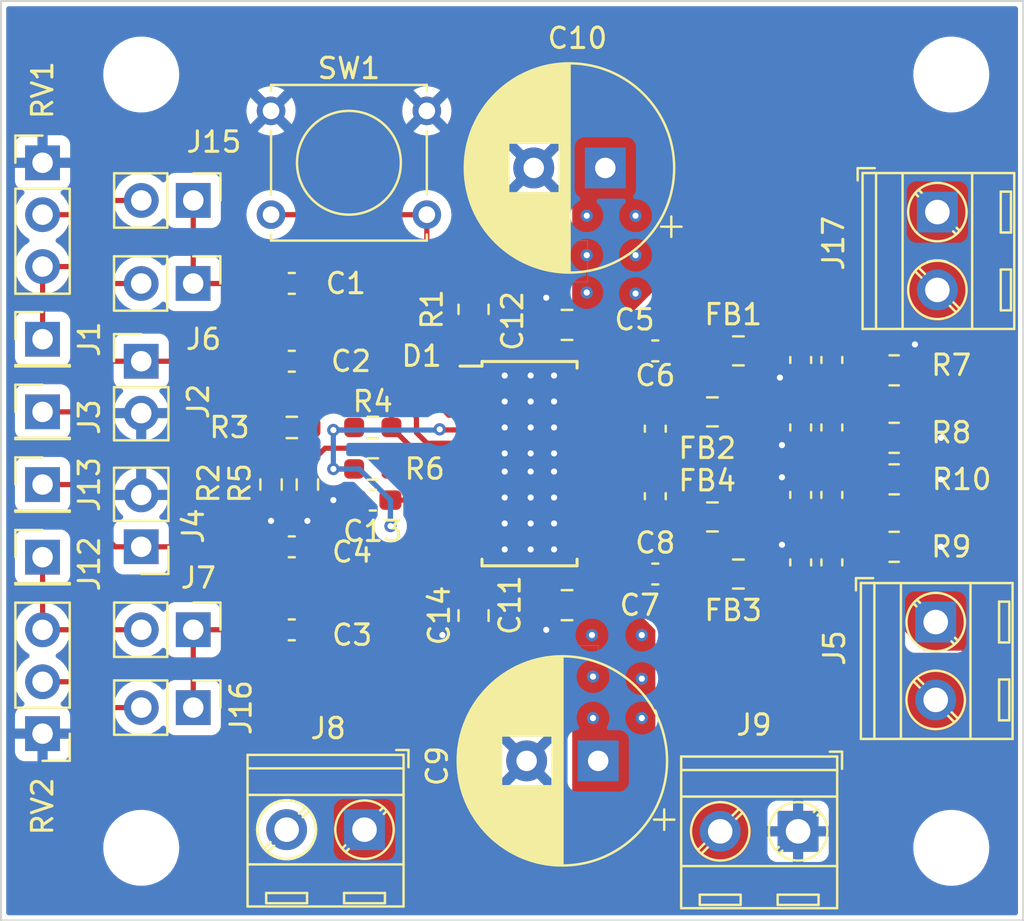
<source format=kicad_pcb>
(kicad_pcb (version 20240108) (generator "pcbnew") (generator_version "8.0")
  (layers (0 "F.Cu" signal) (1 "In1.Cu" signal) (2 "In2.Cu" signal) (31 "B.Cu" signal) (34 "B.Paste" user) (35 "F.Paste" user) (36 "B.SilkS" user "B.Silkscreen") (37 "F.SilkS" user "F.Silkscreen") (38 "B.Mask" user) (39 "F.Mask" user) (44 "Edge.Cuts" user))
  (net 0 "")
  (net 1 "Net-(J1-Pin_1)")
  (net 2 "/LINP")
  (net 3 "Net-(J2-Pin_1)")
  (net 4 "/LINN")
  (net 5 "Net-(J12-Pin_1)")
  (net 6 "/RINP")
  (net 7 "Net-(J13-Pin_1)")
  (net 8 "/RINN")
  (net 9 "/BSPL")
  (net 10 "/OUTPL")
  (net 11 "/BSNL")
  (net 12 "/OUTNL")
  (net 13 "/BSPR")
  (net 14 "/OUTPR")
  (net 15 "/BSNR")
  (net 16 "/OURNR")
  (net 17 "VCC")
  (net 18 "GND")
  (net 19 "/GVDD")
  (net 20 "Net-(C20-Pad1)")
  (net 21 "Net-(C21-Pad1)")
  (net 22 "Net-(C22-Pad1)")
  (net 23 "Net-(C23-Pad1)")
  (net 24 "Net-(D1-nFAULT)")
  (net 25 "/GAIN")
  (net 26 "/SSCTRL")
  (net 27 "/LIMTHRES")
  (net 28 "/OUTL+")
  (net 29 "/OUTL-")
  (net 30 "/OUTR-")
  (net 31 "/OUTR+")
  (net 32 "Net-(J15-Pin_1)")
  (net 33 "Net-(J15-Pin_2)")
  (net 34 "Net-(J16-Pin_2)")
  (net 35 "Net-(J16-Pin_1)")
  (net 36 "Net-(J8-Pin_1)")
  (footprint "Resistor_SMD:R_0603_1608Metric_Pad0.98x0.95mm_HandSolder" (layer "F.Cu") (at 121.126 121.858 90)
    (property "Reference" "R5")
    (property "Value" "39k" (hide yes))
  )
  (footprint "Resistor_SMD:R_0603_1608Metric_Pad0.98x0.95mm_HandSolder" (layer "F.Cu") (at 124.3245 121.096 180)
    (property "Reference" "R6")
    (property "Value" "56k" (hide yes))
  )
  (footprint "Capacitor_SMD:C_0603_1608Metric_Pad1.08x0.95mm_HandSolder" (layer "F.Cu") (at 145.256 115.762 90)
    (property "Reference" "C16" (hide yes))
    (property "Value" "1nF" (hide yes))
  )
  (footprint "TerminalBlock_MetzConnect:TerminalBlock_MetzConnect_Type086_RT03402HBLC_1x02_P3.81mm_Horizontal" (layer "F.Cu") (at 151.942 108.523 -90)
    (property "Reference" "J17")
    (property "Value" "Screw_Terminal_01x02" (hide yes))
  )
  (footprint "Connector_PinHeader_2.54mm:PinHeader_1x02_P2.54mm_Vertical" (layer "F.Cu") (at 115.543 128.965 -90)
    (property "Reference" "J7")
    (property "Value" "Conn_01x02" (hide yes))
  )
  (footprint "TerminalBlock_MetzConnect:TerminalBlock_MetzConnect_Type086_RT03402HBLC_1x02_P3.81mm_Horizontal" (layer "F.Cu") (at 151.86 128.589 -90)
    (property "Reference" "J5")
    (property "Value" "Screw_Terminal_01x02" (hide yes))
  )
  (footprint "Capacitor_THT:CP_Radial_D10.0mm_P3.50mm" (layer "F.Cu") (at 135.35 135.382 180)
    (property "Reference" "C9")
    (property "Value" "220uF" (hide yes))
  )
  (footprint "Capacitor_SMD:C_0603_1608Metric_Pad1.08x0.95mm_HandSolder" (layer "F.Cu") (at 138.144 115.316)
    (property "Reference" "C5")
    (property "Value" "220nF" (hide yes))
  )
  (footprint "Capacitor_SMD:C_0603_1608Metric_Pad1.08x0.95mm_HandSolder" (layer "F.Cu") (at 145.256 122.366 -90)
    (property "Reference" "C19" (hide yes))
    (property "Value" "1nF" (hide yes))
  )
  (footprint "Connector_PinHeader_2.54mm:PinHeader_1x03_P2.54mm_Vertical" (layer "F.Cu") (at 108.172 106.11)
    (property "Reference" "RV1")
    (property "Value" "1k" (hide yes))
  )
  (footprint "Capacitor_SMD:C_0805_2012Metric_Pad1.18x1.45mm_HandSolder" (layer "F.Cu") (at 133.826 127.762)
    (property "Reference" "C11")
    (property "Value" "10uF" (hide yes))
  )
  (footprint "MountingHole:MountingHole_3.2mm_M3" (layer "F.Cu") (at 112.998 101.792)
    (property "Reference" "H1" (hide yes))
    (property "Value" "MountingHole" (hide yes))
  )
  (footprint "Resistor_SMD:R_0805_2012Metric_Pad1.20x1.40mm_HandSolder" (layer "F.Cu") (at 149.828 124.906)
    (property "Reference" "R9")
    (property "Value" "68R" (hide yes))
  )
  (footprint "Connector_PinHeader_2.54mm:PinHeader_1x01_P2.54mm_Vertical" (layer "F.Cu") (at 108.172 121.858)
    (property "Reference" "J13")
    (property "Value" "Conn_01x01" (hide yes))
  )
  (footprint "MountingHole:MountingHole_3.2mm_M3" (layer "F.Cu") (at 112.998 139.638)
    (property "Reference" "H2" (hide yes))
    (property "Value" "MountingHole" (hide yes))
  )
  (footprint "Inductor_SMD:L_0805_2012Metric_Pad1.15x1.40mm_HandSolder" (layer "F.Cu") (at 142.208 115.316)
    (property "Reference" "FB1")
    (property "Value" "NFZ2MSM301SN10L" (hide yes))
  )
  (footprint "Package_SO:HTSSOP-28-1EP_4.4x9.7mm_P0.65mm_EP3.4x9.5mm_ThermalVias" (layer "F.Cu") (at 131.992 120.811)
    (property "Reference" "D1")
    (property "Value" "TPA3144D2" (hide yes))
  )
  (footprint "Connector_PinHeader_2.54mm:PinHeader_1x02_P2.54mm_Vertical" (layer "F.Cu") (at 115.538 112.019 -90)
    (property "Reference" "J6")
    (property "Value" "Conn_01x02" (hide yes))
  )
  (footprint "Capacitor_SMD:C_0603_1608Metric_Pad1.08x0.95mm_HandSolder" (layer "F.Cu") (at 138.144 126.238)
    (property "Reference" "C7")
    (property "Value" "220nF" (hide yes))
  )
  (footprint "Capacitor_SMD:C_0603_1608Metric_Pad1.08x0.95mm_HandSolder" (layer "F.Cu") (at 146.78 119.064 90)
    (property "Reference" "C21" (hide yes))
    (property "Value" "1nF" (hide yes))
  )
  (footprint "Capacitor_SMD:C_0603_1608Metric_Pad1.08x0.95mm_HandSolder" (layer "F.Cu") (at 124.3245 122.62)
    (property "Reference" "C13")
    (property "Value" "1uF" (hide yes))
  )
  (footprint "Capacitor_SMD:C_0603_1608Metric_Pad1.08x0.95mm_HandSolder" (layer "F.Cu") (at 145.256 125.668 -90)
    (property "Reference" "C18" (hide yes))
    (property "Value" "1nF" (hide yes))
  )
  (footprint "Capacitor_SMD:C_0603_1608Metric_Pad1.08x0.95mm_HandSolder" (layer "F.Cu") (at 145.256 119.064 90)
    (property "Reference" "C17" (hide yes))
    (property "Value" "1nF" (hide yes))
  )
  (footprint "Resistor_SMD:R_0805_2012Metric_Pad1.20x1.40mm_HandSolder" (layer "F.Cu") (at 149.828 119.572)
    (property "Reference" "R8")
    (property "Value" "68R" (hide yes))
  )
  (footprint "Inductor_SMD:L_0805_2012Metric_Pad1.15x1.40mm_HandSolder" (layer "F.Cu") (at 140.938 118.302)
    (property "Reference" "FB2")
    (property "Value" "NFZ2MSM301SN10L" (hide yes))
  )
  (footprint "MountingHole:MountingHole_3.2mm_M3" (layer "F.Cu") (at 152.622 139.638)
    (property "Reference" "H4" (hide yes))
    (property "Value" "MountingHole" (hide yes))
  )
  (footprint "Capacitor_SMD:C_0603_1608Metric_Pad1.08x0.95mm_HandSolder" (layer "F.Cu") (at 138.144 119.126 90)
    (property "Reference" "C6")
    (property "Value" "220nF" (hide yes))
  )
  (footprint "Capacitor_SMD:C_0603_1608Metric_Pad1.08x0.95mm_HandSolder" (layer "F.Cu") (at 146.78 122.366 -90)
    (property "Reference" "C23" (hide yes))
    (property "Value" "1nF" (hide yes))
  )
  (footprint "Resistor_SMD:R_0603_1608Metric_Pad0.98x0.95mm_HandSolder" (layer "F.Cu") (at 119.348 121.858 90)
    (property "Reference" "R2")
    (property "Value" "33k" (hide yes))
  )
  (footprint "TerminalBlock_MetzConnect:TerminalBlock_MetzConnect_Type086_RT03402HBLC_1x02_P3.81mm_Horizontal" (layer "F.Cu") (at 123.92 138.749 180)
    (property "Reference" "J8")
    (property "Value" "Screw_Terminal_01x02" (hide yes))
  )
  (footprint "Capacitor_SMD:C_0603_1608Metric_Pad1.08x0.95mm_HandSolder" (layer "F.Cu") (at 138.144 122.428 -90)
    (property "Reference" "C8")
    (property "Value" "220nF" (hide yes))
  )
  (footprint "Resistor_SMD:R_0805_2012Metric_Pad1.20x1.40mm_HandSolder" (layer "F.Cu") (at 149.828 116.27)
    (property "Reference" "R7")
    (property "Value" "68R" (hide yes))
  )
  (footprint "Capacitor_SMD:C_0603_1608Metric_Pad1.08x0.95mm_HandSolder" (layer "F.Cu") (at 120.364 124.906)
    (property "Reference" "C4")
    (property "Value" "220nF" (hide yes))
  )
  (footprint "Resistor_SMD:R_0805_2012Metric_Pad1.20x1.40mm_HandSolder" (layer "F.Cu") (at 129.254 113.284 -90)
    (property "Reference" "R1")
    (property "Value" "10k" (hide yes))
  )
  (footprint "Connector_PinHeader_2.54mm:PinHeader_1x01_P2.54mm_Vertical" (layer "F.Cu") (at 108.172 114.746)
    (property "Reference" "J1")
    (property "Value" "Conn_01x01" (hide yes))
  )
  (footprint "Capacitor_SMD:C_0603_1608Metric_Pad1.08x0.95mm_HandSolder" (layer "F.Cu") (at 146.78 115.762 90)
    (property "Reference" "C20" (hide yes))
    (property "Value" "1nF" (hide yes))
  )
  (footprint "Capacitor_SMD:C_0603_1608Metric_Pad1.08x0.95mm_HandSolder" (layer "F.Cu") (at 120.364 115.824)
    (property "Reference" "C2")
    (property "Value" "220nF" (hide yes))
  )
  (footprint "TerminalBlock_MetzConnect:TerminalBlock_MetzConnect_Type086_RT03402HBLC_1x02_P3.81mm_Horizontal" (layer "F.Cu") (at 145.129 138.831 180)
    (property "Reference" "J9")
    (property "Value" "Screw_Terminal_01x02" (hide yes))
  )
  (footprint "Connector_PinHeader_2.54mm:PinHeader_1x02_P2.54mm_Vertical" (layer "F.Cu") (at 115.543 132.775 -90)
    (property "Reference" "J16")
    (property "Value" "Conn_01x02" (hide yes))
  )
  (footprint "Connector_PinHeader_2.54mm:PinHeader_1x03_P2.54mm_Vertical" (layer "F.Cu") (at 108.172 134.05 180)
    (property "Reference" "RV2")
    (property "Value" "1k" (hide yes))
  )
  (footprint "MountingHole:MountingHole_3.2mm_M3" (layer "F.Cu") (at 152.622 101.792)
    (property "Reference" "H3" (hide yes))
    (property "Value" "MountingHole" (hide yes))
  )
  (footprint "Resistor_SMD:R_0603_1608Metric_Pad0.98x0.95mm_HandSolder" (layer "F.Cu") (at 120.364 119.064)
    (property "Reference" "R3")
    (property "Value" "33k" (hide yes))
  )
  (footprint "Inductor_SMD:L_0805_2012Metric_Pad1.15x1.40mm_HandSolder" (layer "F.Cu") (at 140.938 123.444)
    (property "Reference" "FB4")
    (property "Value" "NFZ2MSM301SN10L" (hide yes))
  )
  (footprint "Capacitor_SMD:C_0603_1608Metric_Pad1.08x0.95mm_HandSolder" (layer "F.Cu") (at 120.364 112.014)
    (property "Reference" "C1")
    (property "Value" "220nF" (hide yes))
  )
  (footprint "Capacitor_SMD:C_0603_1608Metric_Pad1.08x0.95mm_HandSolder" (layer "F.Cu") (at 146.78 125.668 -90)
    (property "Reference" "C22" (hide yes))
    (property "Value" "1nF" (hide yes))
  )
  (footprint "Capacitor_SMD:C_0603_1608Metric_Pad1.08x0.95mm_HandSolder" (layer "F.Cu") (at 120.364 128.97)
    (property "Reference" "C3")
    (property "Value" "220nF" (hide yes))
  )
  (footprint "Connector_PinHeader_2.54mm:PinHeader_1x01_P2.54mm_Vertical" (layer "F.Cu") (at 108.172 118.302)
    (property "Reference" "J3")
    (property "Value" "Conn_01x01" (hide yes))
  )
  (footprint "Button_Switch_THT:SW_Tactile_Straight_KSA0Axx1LFTR" (layer "F.Cu") (at 119.348 103.57)
    (property "Reference" "SW1")
    (property "Value" "SW_SPST" (hide yes))
  )
  (footprint "Capacitor_SMD:C_0805_2012Metric_Pad1.18x1.45mm_HandSolder" (layer "F.Cu") (at 129.254 128.27 90)
    (property "Reference" "C14")
    (property "Value" "10uF" (hide yes))
  )
  (footprint "Connector_PinHeader_2.54mm:PinHeader_1x02_P2.54mm_Vertical" (layer "F.Cu") (at 112.998 124.906 180)
    (property "Reference" "J4")
    (property "Value" "Conn_01x02" (hide yes))
  )
  (footprint "Inductor_SMD:L_0805_2012Metric_Pad1.15x1.40mm_HandSolder" (layer "F.Cu") (at 142.208 126.238)
    (property "Reference" "FB3")
    (property "Value" "NFZ2MSM301SN10L" (hide yes))
  )
  (footprint "Connector_PinHeader_2.54mm:PinHeader_1x02_P2.54mm_Vertical" (layer "F.Cu") (at 115.543 107.955 -90)
    (property "Reference" "J15")
    (property "Value" "Conn_01x02" (hide yes))
  )
  (footprint "Resistor_SMD:R_0805_2012Metric_Pad1.20x1.40mm_HandSolder" (layer "F.Cu") (at 149.828 121.604)
    (property "Reference" "R10")
    (property "Value" "68R" (hide yes))
  )
  (footprint "Capacitor_SMD:C_0805_2012Metric_Pad1.18x1.45mm_HandSolder" (layer "F.Cu") (at 133.826 114.046)
    (property "Reference" "C12")
    (property "Value" "10uF" (hide yes))
  )
  (footprint "Connector_PinHeader_2.54mm:PinHeader_1x02_P2.54mm_Vertical" (layer "F.Cu") (at 112.998 115.824)
    (property "Reference" "J2")
    (property "Value" "Conn_01x02" (hide yes))
  )
  (footprint "Capacitor_THT:CP_Radial_D10.0mm_P3.50mm" (layer "F.Cu") (at 135.697677 106.364 180)
    (property "Reference" "C10")
    (property "Value" "220uF" (hide yes))
  )
  (footprint "Connector_PinHeader_2.54mm:PinHeader_1x01_P2.54mm_Vertical" (layer "F.Cu") (at 108.172 125.414)
    (property "Reference" "J12")
    (property "Value" "Conn_01x01" (hide yes))
  )
  (footprint "Resistor_SMD:R_0603_1608Metric_Pad0.98x0.95mm_HandSolder" (layer "F.Cu") (at 124.3245 119.064 180)
    (property "Reference" "R4")
    (property "Value" "33k" (hide yes))
  )
  (gr_rect (start 106.14 98.194) (end 156.14 143.194) (stroke (width 0.1)) (fill none) (layer "Edge.Cuts"))
  (segment (start 108.172 111.19) (end 108.172 114.746) (width 0.254) (layer "F.Cu") (net 1))
  (segment (start 109.696 111.19) (end 110.525 112.019) (width 0.254) (layer "F.Cu") (net 1))
  (segment (start 108.172 111.19) (end 109.696 111.19) (width 0.254) (layer "F.Cu") (net 1))
  (segment (start 110.525 112.019) (end 112.998 112.019) (width 0.254) (layer "F.Cu") (net 1))
  (segment (start 128.792 117.886) (end 128.723 117.955) (width 0.254) (layer "F.Cu") (net 2))
  (segment (start 128.250212 117.955) (end 124.279212 113.984) (width 0.254) (layer "F.Cu") (net 2))
  (segment (start 121.888 113.984) (end 121.2265 113.3225) (width 0.254) (layer "F.Cu") (net 2))
  (segment (start 124.279212 113.984) (end 121.888 113.984) (width 0.254) (layer "F.Cu") (net 2))
  (segment (start 128.723 117.955) (end 128.250212 117.955) (width 0.254) (layer "F.Cu") (net 2))
  (segment (start 121.2265 113.3225) (end 121.2265 112.014) (width 0.254) (layer "F.Cu") (net 2))
  (segment (start 129.142 117.886) (end 128.792 117.886) (width 0.254) (layer "F.Cu") (net 2))
  (segment (start 109.95 118.302) (end 110.458 117.794) (width 0.254) (layer "F.Cu") (net 3))
  (segment (start 108.172 118.302) (end 109.95 118.302) (width 0.254) (layer "F.Cu") (net 3))
  (segment (start 111.412 115.824) (end 112.998 115.824) (width 0.254) (layer "F.Cu") (net 3))
  (segment (start 119.5015 115.824) (end 112.998 115.824) (width 0.254) (layer "F.Cu") (net 3))
  (segment (start 110.458 117.794) (end 110.458 116.778) (width 0.254) (layer "F.Cu") (net 3))
  (segment (start 110.458 116.778) (end 111.412 115.824) (width 0.254) (layer "F.Cu") (net 3))
  (segment (start 121.888 114.492) (end 121.2265 115.1535) (width 0.254) (layer "F.Cu") (net 4))
  (segment (start 128.211 118.467) (end 128.211 118.465) (width 0.254) (layer "F.Cu") (net 4))
  (segment (start 128.792 118.536) (end 128.723 118.467) (width 0.254) (layer "F.Cu") (net 4))
  (segment (start 124.068788 114.492) (end 121.888 114.492) (width 0.254) (layer "F.Cu") (net 4))
  (segment (start 128.211 118.465) (end 128.041788 118.465) (width 0.254) (layer "F.Cu") (net 4))
  (segment (start 129.142 118.536) (end 128.792 118.536) (width 0.254) (layer "F.Cu") (net 4))
  (segment (start 128.041788 118.465) (end 124.068788 114.492) (width 0.254) (layer "F.Cu") (net 4))
  (segment (start 128.723 118.467) (end 128.211 118.467) (width 0.254) (layer "F.Cu") (net 4))
  (segment (start 121.2265 115.1535) (end 121.2265 115.824) (width 0.254) (layer "F.Cu") (net 4))
  (segment (start 108.177 128.965) (end 108.172 128.97) (width 0.254) (layer "F.Cu") (net 5))
  (segment (start 108.172 128.97) (end 108.172 125.414) (width 0.254) (layer "F.Cu") (net 5))
  (segment (start 113.003 128.965) (end 108.177 128.965) (width 0.254) (layer "F.Cu") (net 5))
  (segment (start 127.73 123.995212) (end 124.533212 127.192) (width 0.254) (layer "F.Cu") (net 6))
  (segment (start 122.142 127.192) (end 121.2265 128.1075) (width 0.254) (layer "F.Cu") (net 6))
  (segment (start 127.989208 123.736) (end 127.73 123.995208) (width 0.254) (layer "F.Cu") (net 6))
  (segment (start 127.73 123.995208) (end 127.73 123.995212) (width 0.254) (layer "F.Cu") (net 6))
  (segment (start 129.142 123.736) (end 127.989208 123.736) (width 0.254) (layer "F.Cu") (net 6))
  (segment (start 124.533212 127.192) (end 122.142 127.192) (width 0.254) (layer "F.Cu") (net 6))
  (segment (start 121.2265 128.1075) (end 121.2265 128.97) (width 0.254) (layer "F.Cu") (net 6))
  (segment (start 108.172 121.858) (end 109.696 121.858) (width 0.254) (layer "F.Cu") (net 7))
  (segment (start 110.458 123.636) (end 111.728 124.906) (width 0.254) (layer "F.Cu") (net 7))
  (segment (start 111.728 124.906) (end 112.998 124.906) (width 0.254) (layer "F.Cu") (net 7))
  (segment (start 110.458 122.62) (end 110.458 123.636) (width 0.254) (layer "F.Cu") (net 7))
  (segment (start 119.5015 124.906) (end 112.998 124.906) (width 0.254) (layer "F.Cu") (net 7))
  (segment (start 109.696 121.858) (end 110.458 122.62) (width 0.254) (layer "F.Cu") (net 7))
  (segment (start 121.2265 125.7685) (end 121.2265 124.906) (width 0.254) (layer "F.Cu") (net 8))
  (segment (start 127.920788 123.086) (end 124.322788 126.684) (width 0.254) (layer "F.Cu") (net 8))
  (segment (start 129.142 123.086) (end 127.920788 123.086) (width 0.254) (layer "F.Cu") (net 8))
  (segment (start 122.142 126.684) (end 121.2265 125.7685) (width 0.254) (layer "F.Cu") (net 8))
  (segment (start 124.322788 126.684) (end 122.142 126.684) (width 0.254) (layer "F.Cu") (net 8))
  (segment (start 134.842 117.886) (end 136.02 117.886) (width 0.254) (layer "F.Cu") (net 9))
  (segment (start 137.2815 116.6245) (end 137.2815 115.316) (width 0.254) (layer "F.Cu") (net 9))
  (segment (start 136.02 117.886) (end 137.2815 116.6245) (width 0.254) (layer "F.Cu") (net 9))
  (segment (start 136.132 118.536) (end 137.636 117.032) (width 0.254) (layer "F.Cu") (net 10))
  (segment (start 139.0065 115.316) (end 141.183 115.316) (width 1) (layer "F.Cu") (net 10))
  (segment (start 138.398 117.032) (end 139.0065 116.4235) (width 0.254) (layer "F.Cu") (net 10))
  (segment (start 134.842 118.536) (end 136.132 118.536) (width 0.254) (layer "F.Cu") (net 10))
  (segment (start 137.636 117.032) (end 138.398 117.032) (width 0.254) (layer "F.Cu") (net 10))
  (segment (start 139.0065 116.4235) (end 139.0065 115.316) (width 0.254) (layer "F.Cu") (net 10))
  (segment (start 134.842 120.486) (end 136.976 120.486) (width 0.254) (layer "F.Cu") (net 11))
  (segment (start 136.976 120.486) (end 137.4735 119.9885) (width 0.254) (layer "F.Cu") (net 11))
  (segment (start 137.4735 119.9885) (end 138.144 119.9885) (width 0.254) (layer "F.Cu") (net 11))
  (segment (start 138.144 118.302) (end 138.144 118.2635) (width 0.254) (layer "F.Cu") (net 12))
  (segment (start 138.144 118.2635) (end 139.8745 118.2635) (width 1) (layer "F.Cu") (net 12))
  (segment (start 134.842 119.836) (end 136.61 119.836) (width 0.254) (layer "F.Cu") (net 12))
  (segment (start 139.8745 118.2635) (end 139.913 118.302) (width 0.254) (layer "F.Cu") (net 12))
  (segment (start 136.61 119.836) (end 138.144 118.302) (width 0.254) (layer "F.Cu") (net 12))
  (segment (start 135.831 123.736) (end 134.842 123.736) (width 0.254) (layer "F.Cu") (net 13))
  (segment (start 137.2815 125.1865) (end 135.831 123.736) (width 0.254) (layer "F.Cu") (net 13))
  (segment (start 137.2815 126.238) (end 137.2815 125.1865) (width 0.254) (layer "F.Cu") (net 13))
  (segment (start 135.943 123.086) (end 137.255 124.398) (width 0.254) (layer "F.Cu") (net 14))
  (segment (start 138.144 124.398) (end 139.0065 125.2605) (width 0.254) (layer "F.Cu") (net 14))
  (segment (start 139.0065 125.2605) (end 139.0065 126.238) (width 0.254) (layer "F.Cu") (net 14))
  (segment (start 141.183 126.238) (end 139.0065 126.238) (width 1) (layer "F.Cu") (net 14))
  (segment (start 134.842 123.086) (end 135.943 123.086) (width 0.254) (layer "F.Cu") (net 14))
  (segment (start 137.255 124.398) (end 138.144 124.398) (width 0.254) (layer "F.Cu") (net 14))
  (segment (start 134.842 121.136) (end 136.914 121.136) (width 0.254) (layer "F.Cu") (net 15))
  (segment (start 137.382 121.604) (end 138.1055 121.604) (width 0.254) (layer "F.Cu") (net 15))
  (segment (start 138.1055 121.604) (end 138.144 121.5655) (width 0.254) (layer "F.Cu") (net 15))
  (segment (start 136.914 121.136) (end 137.382 121.604) (width 0.254) (layer "F.Cu") (net 15))
  (segment (start 139.7595 123.2905) (end 139.913 123.444) (width 0.254) (layer "F.Cu") (net 16))
  (segment (start 136.548 121.786) (end 138.0525 123.2905) (width 0.254) (layer "F.Cu") (net 16))
  (segment (start 138.0525 123.2905) (end 138.144 123.2905) (width 0.254) (layer "F.Cu") (net 16))
  (segment (start 138.144 123.2905) (end 139.7595 123.2905) (width 1) (layer "F.Cu") (net 16))
  (segment (start 134.842 121.786) (end 136.548 121.786) (width 0.254) (layer "F.Cu") (net 16))
  (segment (start 129.142 127.1205) (end 129.254 127.2325) (width 0.254) (layer "F.Cu") (net 17))
  (segment (start 134.842 127.7405) (end 134.8635 127.762) (width 0.254) (layer "F.Cu") (net 17))
  (segment (start 134.842 114.0675) (end 134.8635 114.046) (width 0.254) (layer "F.Cu") (net 17))
  (segment (start 129.142 125.036) (end 129.142 127.1205) (width 0.254) (layer "F.Cu") (net 17))
  (segment (start 134.842 116.586) (end 134.842 114.0675) (width 0.254) (layer "F.Cu") (net 17))
  (segment (start 134.842 125.036) (end 134.842 127.7405) (width 0.254) (layer "F.Cu") (net 17))
  (via (at 135.096 131.256) (size 0.6) (drill 0.3) (layers "F.Cu" "B.Cu") (net 17))
  (via (at 134.7912 112.46) (size 0.6) (drill 0.3) (layers "F.Cu" "B.Cu") (net 17))
  (via (at 137.1788 112.5108) (size 0.6) (drill 0.3) (layers "F.Cu" "B.Cu") (net 17))
  (via (at 135.096 133.288) (size 0.6) (drill 0.3) (layers "F.Cu" "B.Cu") (net 17))
  (via (at 134.7912 110.6312) (size 0.6) (drill 0.3) (layers "F.Cu" "B.Cu") (net 17))
  (via (at 137.1788 108.7008) (size 0.6) (drill 0.3) (layers "F.Cu" "B.Cu") (net 17))
  (via (at 137.4836 129.224) (size 0.6) (drill 0.3) (layers "F.Cu" "B.Cu") (net 17))
  (via (at 137.1788 110.6312) (size 0.6) (drill 0.3) (layers "F.Cu" "B.Cu") (net 17))
  (via (at 137.4836 131.3576) (size 0.6) (drill 0.3) (layers "F.Cu" "B.Cu") (net 17))
  (via (at 134.7912 108.7008) (size 0.6) (drill 0.3) (layers "F.Cu" "B.Cu") (net 17))
  (via (at 135.0452 129.224) (size 0.6) (drill 0.3) (layers "F.Cu" "B.Cu") (net 17))
  (via (at 137.4836 133.288) (size 0.6) (drill 0.3) (layers "F.Cu" "B.Cu") (net 17))
  (segment (start 131.401 124.386) (end 131.992 123.795) (width 0.254) (layer "F.Cu") (net 18))
  (segment (start 132.7885 128.9485) (end 132.81 128.97) (width 0.254) (layer "F.Cu") (net 18))
  (segment (start 150.828 121.604) (end 152.114 121.604) (width 0.254) (layer "F.Cu") (net 18))
  (segment (start 129.254 129.3075) (end 127.8135 129.3075) (width 0.254) (layer "F.Cu") (net 18))
  (segment (start 127.8135 129.3075) (end 127.73 129.224) (width 0.254) (layer "F.Cu") (net 18))
  (segment (start 123.462 122.62) (end 122.396 122.62) (width 0.254) (layer "F.Cu") (net 18))
  (segment (start 132.7885 127.762) (end 132.7885 128.9485) (width 0.254) (layer "F.Cu") (net 18))
  (segment (start 144.24 116.6245) (end 145.256 116.6245) (width 0.254) (layer "F.Cu") (net 18))
  (segment (start 129.142 124.386) (end 131.401 124.386) (width 0.254) (layer "F.Cu") (net 18))
  (segment (start 121.126 122.7705) (end 121.126 123.636) (width 0.254) (layer "F.Cu") (net 18))
  (segment (start 119.348 122.7705) (end 119.348 123.636) (width 0.254) (layer "F.Cu") (net 18))
  (segment (start 133.313 119.186) (end 133.191 119.064) (width 0.254) (layer "F.Cu") (net 18))
  (segment (start 133.248 122.436) (end 133.191 122.493) (width 0.254) (layer "F.Cu") (net 18))
  (segment (start 131.992 123.795) (end 131.992 120.811) (width 0.254) (layer "F.Cu") (net 18))
  (segment (start 150.828 116.27) (end 150.828 115.016) (width 0.254) (layer "F.Cu") (net 18))
  (segment (start 150.828 115.016) (end 150.844 115) (width 0.254) (layer "F.Cu") (net 18))
  (segment (start 129.142 122.436) (end 130.367 122.436) (width 0.254) (layer "F.Cu") (net 18))
  (segment (start 132.7885 114.046) (end 132.7885 112.7355) (width 0.254) (layer "F.Cu") (net 18))
  (segment (start 134.842 122.436) (end 133.248 122.436) (width 0.254) (layer "F.Cu") (net 18))
  (segment (start 144.3405 124.8055) (end 145.256 124.8055) (width 0.254) (layer "F.Cu") (net 18))
  (segment (start 150.828 124.906) (end 152.114 124.906) (width 0.254) (layer "F.Cu") (net 18))
  (segment (start 134.842 119.186) (end 133.313 119.186) (width 0.254) (layer "F.Cu") (net 18))
  (segment (start 130.367 122.436) (end 131.992 120.811) (width 0.254) (layer "F.Cu") (net 18))
  (segment (start 132.7885 112.7355) (end 132.81 112.714) (width 0.254) (layer "F.Cu") (net 18))
  (segment (start 144.3405 121.5035) (end 145.256 121.5035) (width 0.254) (layer "F.Cu") (net 18))
  (segment (start 144.3405 119.9265) (end 145.256 119.9265) (width 0.254) (layer "F.Cu") (net 18))
  (segment (start 150.828 119.572) (end 152.114 119.572) (width 0.254) (layer "F.Cu") (net 18))
  (via (at 132.048 117.794) (size 0.6) (drill 0.3) (layers "F.Cu" "B.Cu") (net 18))
  (via (at 152.114 119.572) (size 0.6) (drill 0.3) (layers "F.Cu" "B.Cu") (net 18))
  (via (at 132.048 120.334) (size 0.6) (drill 0.3) (layers "F.Cu" "B.Cu") (net 18))
  (via (at 132.048 123.763) (size 0.6) (drill 0.3) (layers "F.Cu" "B.Cu") (net 18))
  (via (at 130.778 125.033) (size 0.6) (drill 0.3) (layers "F.Cu" "B.Cu") (net 18))
  (via (at 130.778 116.524) (size 0.6) (drill 0.3) (layers "F.Cu" "B.Cu") (net 18))
  (via (at 132.81 112.714) (size 0.6) (drill 0.3) (layers "F.Cu" "B.Cu") (net 18))
  (via (at 150.844 115) (size 0.6) (drill 0.3) (layers "F.Cu" "B.Cu") (net 18))
  (via (at 132.048 125.033) (size 0.6) (drill 0.3) (layers "F.Cu" "B.Cu") (net 18))
  (via (at 144.3405 119.9265) (size 0.6) (drill 0.3) (layers "F.Cu" "B.Cu") (net 18))
  (via (at 130.778 121.223) (size 0.6) (drill 0.3) (layers "F.Cu" "B.Cu") (net 18))
  (via (at 133.191 117.794) (size 0.6) (drill 0.3) (layers "F.Cu" "B.Cu") (net 18))
  (via (at 132.81 128.97) (size 0.6) (drill 0.3) (layers "F.Cu" "B.Cu") (net 18))
  (via (at 132.048 116.524) (size 0.6) (drill 0.3) (layers "F.Cu" "B.Cu") (net 18))
  (via (at 130.778 117.794) (size 0.6) (drill 0.3) (layers "F.Cu" "B.Cu") (net 18))
  (via (at 152.114 121.604) (size 0.6) (drill 0.3) (layers "F.Cu" "B.Cu") (net 18))
  (via (at 119.348 123.636) (size 0.6) (drill 0.3) (layers "F.Cu" "B.Cu") (net 18))
  (via (at 133.191 125.033) (size 0.6) (drill 0.3) (layers "F.Cu" "B.Cu") (net 18))
  (via (at 130.778 120.334) (size 0.6) (drill 0.3) (layers "F.Cu" "B.Cu") (net 18))
  (via (at 127.73 129.224) (size 0.6) (drill 0.3) (layers "F.Cu" "B.Cu") (net 18))
  (via (at 133.191 120.334) (size 0.6) (drill 0.3) (layers "F.Cu" "B.Cu") (net 18))
  (via (at 133.191 116.524) (size 0.6) (drill 0.3) (layers "F.Cu" "B.Cu") (net 18))
  (via (at 130.778 122.493) (size 0.6) (drill 0.3) (layers "F.Cu" "B.Cu") (net 18))
  (via (at 133.191 121.223) (size 0.6) (drill 0.3) (layers "F.Cu" "B.Cu") (net 18))
  (via (at 133.191 123.763) (size 0.6) (drill 0.3) (layers "F.Cu" "B.Cu") (net 18))
  (via (at 122.396 122.62) (size 0.6) (drill 0.3) (layers "F.Cu" "B.Cu") (net 18))
  (via (at 132.048 119.064) (size 0.6) (drill 0.3) (layers "F.Cu" "B.Cu") (net 18))
  (via (at 152.114 124.906) (size 0.6) (drill 0.3) (layers "F.Cu" "B.Cu") (net 18))
  (via (at 133.191 119.064) (size 0.6) (drill 0.3) (layers "F.Cu" "B.Cu") (net 18))
  (via (at 144.24 116.6245) (size 0.6) (drill 0.3) (layers "F.Cu" "B.Cu") (net 18))
  (via (at 121.126 123.636) (size 0.6) (drill 0.3) (layers "F.Cu" "B.Cu") (net 18))
  (via (at 130.778 119.064) (size 0.6) (drill 0.3) (layers "F.Cu" "B.Cu") (net 18))
  (via (at 130.778 123.763) (size 0.6) (drill 0.3) (layers "F.Cu" "B.Cu") (net 18))
  (via (at 132.048 122.493) (size 0.6) (drill 0.3) (layers "F.Cu" "B.Cu") (net 18))
  (via (at 144.3405 124.8055) (size 0.6) (drill 0.3) (layers "F.Cu" "B.Cu") (net 18))
  (via (at 133.191 122.493) (size 0.6) (drill 0.3) (layers "F.Cu" "B.Cu") (net 18))
  (via (at 144.3405 121.5035) (size 0.6) (drill 0.3) (layers "F.Cu" "B.Cu") (net 18))
  (via (at 132.048 121.223) (size 0.6) (drill 0.3) (layers "F.Cu" "B.Cu") (net 18))
  (segment (start 125.187 122.62) (end 125.187 123.887) (width 0.254) (layer "F.Cu") (net 19))
  (segment (start 123.412 121.096) (end 122.396 121.096) (width 0.254) (layer "F.Cu") (net 19))
  (segment (start 127.598 119.1555) (end 127.6285 119.186) (width 0.254) (layer "F.Cu") (net 19))
  (segment (start 123.412 119.064) (end 123.285 119.191) (width 0.254) (layer "F.Cu") (net 19))
  (segment (start 126.786 121.786) (end 125.952 122.62) (width 0.254) (layer "F.Cu") (net 19))
  (segment (start 127.6285 119.186) (end 129.142 119.186) (width 0.254) (layer "F.Cu") (net 19))
  (segment (start 123.285 119.191) (end 122.396 119.191) (width 0.254) (layer "F.Cu") (net 19))
  (segment (start 129.142 121.786) (end 126.786 121.786) (width 0.254) (layer "F.Cu") (net 19))
  (segment (start 125.952 122.62) (end 125.187 122.62) (width 0.254) (layer "F.Cu") (net 19))
  (segment (start 125.187 123.887) (end 125.19 123.89) (width 0.254) (layer "F.Cu") (net 19))
  (via (at 127.598 119.1555) (size 0.6) (drill 0.3) (layers "F.Cu" "B.Cu") (net 19))
  (via (at 122.396 119.191) (size 0.6) (drill 0.3) (layers "F.Cu" "B.Cu") (net 19))
  (via (at 122.396 121.096) (size 0.6) (drill 0.3) (layers "F.Cu" "B.Cu") (net 19))
  (via (at 125.19 123.89) (size 0.6) (drill 0.3) (layers "F.Cu" "B.Cu") (net 19))
  (segment (start 122.396 119.191) (end 127.5625 119.191) (width 0.254) (layer "B.Cu") (net 19))
  (segment (start 125.19 122.62) (end 123.666 121.096) (width 0.254) (layer "B.Cu") (net 19))
  (segment (start 127.5625 119.191) (end 127.598 119.1555) (width 0.254) (layer "B.Cu") (net 19))
  (segment (start 122.396 119.191) (end 122.396 121.096) (width 0.254) (layer "B.Cu") (net 19))
  (segment (start 125.19 123.89) (end 125.19 122.62) (width 0.254) (layer "B.Cu") (net 19))
  (segment (start 123.666 121.096) (end 122.396 121.096) (width 0.254) (layer "B.Cu") (net 19))
  (segment (start 146.78 116.6245) (end 148.4735 116.6245) (width 0.254) (layer "F.Cu") (net 20))
  (segment (start 148.4735 116.6245) (end 148.828 116.27) (width 0.254) (layer "F.Cu") (net 20))
  (segment (start 146.78 119.9265) (end 148.7275 119.9265) (width 0.254) (layer "F.Cu") (net 21))
  (segment (start 148.7275 119.9265) (end 148.828 119.826) (width 0.254) (layer "F.Cu") (net 21))
  (segment (start 146.78 124.8055) (end 148.7275 124.8055) (width 0.254) (layer "F.Cu") (net 22))
  (segment (start 148.7275 124.8055) (end 148.828 124.906) (width 0.254) (layer "F.Cu") (net 22))
  (segment (start 146.78 121.5035) (end 148.7275 121.5035) (width 0.254) (layer "F.Cu") (net 23))
  (segment (start 148.7275 121.5035) (end 148.828 121.604) (width 0.254) (layer "F.Cu") (net 23))
  (segment (start 129.254 114.284) (end 129.208 114.238) (width 0.254) (layer "F.Cu") (net 24))
  (segment (start 129.142 117.236) (end 129.142 116.586) (width 0.254) (layer "F.Cu") (net 24))
  (segment (start 126.968 113.984) (end 126.968 108.65) (width 0.254) (layer "F.Cu") (net 24))
  (segment (start 129.208 114.238) (end 127.984 114.238) (width 0.254) (layer "F.Cu") (net 24))
  (segment (start 129.142 114.396) (end 129.254 114.284) (width 0.254) (layer "F.Cu") (net 24))
  (segment (start 127.984 114.238) (end 127.222 114.238) (width 0.254) (layer "F.Cu") (net 24))
  (segment (start 127.222 114.238) (end 126.968 113.984) (width 0.254) (layer "F.Cu") (net 24))
  (segment (start 129.142 116.586) (end 129.142 114.396) (width 0.254) (layer "F.Cu") (net 24))
  (segment (start 119.348 108.65) (end 126.968 108.65) (width 0.254) (layer "F.Cu") (net 24))
  (segment (start 126.46 119.318) (end 126.46 118.556) (width 0.254) (layer "F.Cu") (net 25))
  (segment (start 126.46 118.556) (end 125.444 117.54) (width 0.254) (layer "F.Cu") (net 25))
  (segment (start 126.978 119.836) (end 126.46 119.318) (width 0.254) (layer "F.Cu") (net 25))
  (segment (start 125.444 117.54) (end 119.602 117.54) (width 0.254) (layer "F.Cu") (net 25))
  (segment (start 119.602 117.54) (end 119.4515 117.6905) (width 0.254) (layer "F.Cu") (net 25))
  (segment (start 119.4515 118.81) (end 119.348 118.9135) (width 0.254) (layer "F.Cu") (net 25))
  (segment (start 119.348 120.9455) (end 119.348 119.1675) (width 0.254) (layer "F.Cu") (net 25))
  (segment (start 129.142 119.836) (end 126.978 119.836) (width 0.254) (layer "F.Cu") (net 25))
  (segment (start 119.4515 117.6905) (end 119.4515 118.81) (width 0.254) (layer "F.Cu") (net 25))
  (segment (start 121.2765 118.4055) (end 121.2765 119.064) (width 0.254) (layer "F.Cu") (net 26))
  (segment (start 125.237 118.349) (end 124.936 118.048) (width 0.254) (layer "F.Cu") (net 26))
  (segment (start 124.936 118.048) (end 121.634 118.048) (width 0.254) (layer "F.Cu") (net 26))
  (segment (start 125.444 119.064) (end 125.237 119.064) (width 0.254) (layer "F.Cu") (net 26))
  (segment (start 129.142 120.486) (end 126.659 120.486) (width 0.254) (layer "F.Cu") (net 26))
  (segment (start 121.634 118.048) (end 121.2765 118.4055) (width 0.254) (layer "F.Cu") (net 26))
  (segment (start 126.659 120.486) (end 125.237 119.064) (width 0.254) (layer "F.Cu") (net 26))
  (segment (start 125.237 119.064) (end 125.237 118.349) (width 0.254) (layer "F.Cu") (net 26))
  (segment (start 129.142 121.136) (end 125.277 121.136) (width 0.254) (layer "F.Cu") (net 27))
  (segment (start 121.9915 120.08) (end 124.682 120.08) (width 0.254) (layer "F.Cu") (net 27))
  (segment (start 125.277 121.136) (end 125.237 121.096) (width 0.254) (layer "F.Cu") (net 27))
  (segment (start 125.237 121.096) (end 125.237 120.635) (width 0.254) (layer "F.Cu") (net 27))
  (segment (start 125.237 120.635) (end 124.682 120.08) (width 0.254) (layer "F.Cu") (net 27))
  (segment (start 121.9915 120.08) (end 121.126 120.9455) (width 0.254) (layer "F.Cu") (net 27))
  (segment (start 119.4965 112.019) (end 115.538 112.019) (width 0.254) (layer "F.Cu") (net 32))
  (segment (start 119.5015 112.014) (end 119.4965 112.019) (width 0.254) (layer "F.Cu") (net 32))
  (segment (start 115.543 112.014) (end 115.538 112.019) (width 0.254) (layer "F.Cu") (net 32))
  (segment (start 115.543 107.955) (end 115.543 112.014) (width 0.254) (layer "F.Cu") (net 32))
  (segment (start 110.518 107.955) (end 113.003 107.955) (width 0.254) (layer "F.Cu") (net 33))
  (segment (start 108.172 108.65) (end 109.823 108.65) (width 0.254) (layer "F.Cu") (net 33))
  (segment (start 109.823 108.65) (end 110.518 107.955) (width 0.254) (layer "F.Cu") (net 33))
  (segment (start 110.204 131.51) (end 108.172 131.51) (width 0.254) (layer "F.Cu") (net 34))
  (segment (start 113.003 132.775) (end 111.469 132.775) (width 0.254) (layer "F.Cu") (net 34))
  (segment (start 111.469 132.775) (end 110.204 131.51) (width 0.254) (layer "F.Cu") (net 34))
  (segment (start 119.4965 128.965) (end 119.5015 128.97) (width 0.254) (layer "F.Cu") (net 35))
  (segment (start 115.543 128.965) (end 119.4965 128.965) (width 0.254) (layer "F.Cu") (net 35))
  (segment (start 115.543 128.965) (end 115.543 132.775) (width 0.254) (layer "F.Cu") (net 35))
  (zone (net 17) (net_name "VCC") (layer "F.Cu") (priority 2) (connect_pads yes (clearance 0.5)) (min_thickness 0.25) (fill yes (thermal_gap 0.5) (thermal_bridge_width 0.5))
    (polygon (pts (xy 134.08 104.84) (xy 138.144 104.84) (xy 138.144 112.3076) (xy 136.366 114.0856) (xy 136.366 117.032) (xy 135.858 117.54) (xy 134.08 117.54) (xy 134.08 113.222)))
  )
  (zone (net 36) (net_name "Net-(J8-Pin_1)") (layer "F.Cu") (priority 12) (connect_pads yes (clearance 0.5)) (min_thickness 0.25) (fill yes (thermal_gap 0.5) (thermal_bridge_width 0.5))
    (polygon (pts (xy 139.5664 137.3012) (xy 143.1224 137.3012) (xy 143.1224 141.1112) (xy 122.0404 141.1112) (xy 122.0404 136.8948) (xy 126.1044 136.8948) (xy 127.6792 138.4696) (xy 138.398 138.4696)))
  )
  (zone (net 30) (net_name "/OUTR-") (layer "F.Cu") (priority 5) (connect_pads yes (clearance 0.5)) (min_thickness 0.25) (fill yes (thermal_gap 0.5) (thermal_bridge_width 0.5))
    (polygon (pts (xy 141.192 122.366) (xy 147.542 122.366) (xy 147.923 122.747) (xy 154.4 122.747) (xy 154.781 123.128) (xy 154.781 128.97) (xy 153.765 129.986) (xy 149.955 129.986) (xy 149.574 129.605) (xy 149.574 127.192) (xy 149.955 126.811) (xy 152.368 126.811) (xy 152.749 126.43) (xy 152.749 124.525) (xy 152.241 124.017) (xy 143.732 124.017) (xy 143.351 124.398) (xy 141.192 124.398)))
  )
  (zone (net 31) (net_name "/OUTR+") (layer "F.Cu") (priority 6) (connect_pads yes (clearance 0.5)) (min_thickness 0.25) (fill yes (thermal_gap 0.5) (thermal_bridge_width 0.5))
    (polygon (pts (xy 142.462 125.414) (xy 144.2146 125.414) (xy 144.494 125.668) (xy 144.621 125.795) (xy 147.542 125.795) (xy 147.923 126.176) (xy 147.923 127.319) (xy 151.479 130.9004) (xy 153.5364 130.9004) (xy 153.7904 130.9004) (xy 153.7904 131.7386) (xy 153.7904 133.542) (xy 153.7904 134.177) (xy 149.4216 134.177) (xy 149.4216 133.369798) (xy 149.4216 131.129) (xy 147.701909 129.383909) (xy 146.399 128.081) (xy 142.462 128.081)))
  )
  (zone (net 17) (net_name "VCC") (layer "F.Cu") (priority 7) (connect_pads yes (clearance 0.5)) (min_thickness 0.25) (fill yes (thermal_gap 0.5) (thermal_bridge_width 0.5))
    (polygon (pts (xy 128.238 112.968) (xy 130.524 112.968) (xy 131.54 111.952) (xy 134.842 111.952) (xy 134.842 109.92) (xy 129.762 109.92) (xy 128.238 111.444)))
  )
  (zone (net 28) (net_name "/OUTL+") (layer "F.Cu") (priority 3) (connect_pads yes (clearance 0.5)) (min_thickness 0.25) (fill yes (thermal_gap 0.5) (thermal_bridge_width 0.5))
    (polygon (pts (xy 147.161 113.857) (xy 148.05 112.968) (xy 148.05 107.38) (xy 149.066 106.364) (xy 153.638 106.364) (xy 154.273 106.999) (xy 154.273 109.158) (xy 153.257 110.174) (xy 150.082 110.174) (xy 149.447 110.809) (xy 149.447 113.603) (xy 147.288 115.762) (xy 144.367 115.762) (xy 143.732 116.397) (xy 142.335 116.397) (xy 142.335 113.857) (xy 142.716 113.857)))
  )
  (zone (net 17) (net_name "VCC") (layer "F.Cu") (priority 1) (connect_pads yes (clearance 0.5)) (min_thickness 0.25) (fill yes (thermal_gap 0.5) (thermal_bridge_width 0.5))
    (polygon (pts (xy 134.08 124.144) (xy 135.858 124.144) (xy 136.366 124.652) (xy 136.366 127.192) (xy 138.144 128.97) (xy 138.144 136.844) (xy 137.128 137.86) (xy 134.08 137.86) (xy 134.08 136.082)))
  )
  (zone (net 29) (net_name "/OUTL-") (layer "F.Cu") (priority 4) (connect_pads yes (clearance 0.5)) (min_thickness 0.25) (fill yes (thermal_gap 0.5) (thermal_bridge_width 0.5))
    (polygon (pts (xy 152.114 117.286) (xy 152.114 115) (xy 150.082 112.968) (xy 150.082 110.936) (xy 154.146 110.936) (xy 154.146 118.048) (xy 153.638 118.556) (xy 147.796 118.556) (xy 147.288 119.064) (xy 143.224 119.064) (xy 141.192 119.064) (xy 141.192 117.286) (xy 141.7 117.286)))
  )
  (zone (net 17) (net_name "VCC") (layer "F.Cu") (priority 8) (connect_pads yes (clearance 0.5)) (min_thickness 0.25) (fill yes (thermal_gap 0.5) (thermal_bridge_width 0.5))
    (polygon (pts (xy 131.54 126.176) (xy 131.54 127.192) (xy 131.54 129.732) (xy 135.35 129.732) (xy 135.35 129.986) (xy 135.35 130.748) (xy 130.524 130.748) (xy 130.524 128.208) (xy 130.27 127.954) (xy 128.238 127.954) (xy 128.238 127.7) (xy 128.238 127.192) (xy 128.238 126.176) (xy 129.508 126.176)))
  )
  (zone (net 18) (net_name "GND") (layer "B.Cu") (name "1") (connect_pads (clearance 0.5)) (min_thickness 0.25) (fill yes (thermal_gap 0.5) (thermal_bridge_width 0.5))
    (polygon (pts (xy 106.14 98.236) (xy 156.178 98.236) (xy 156.178 143.194) (xy 106.14 143.194)))
  )
)
</source>
